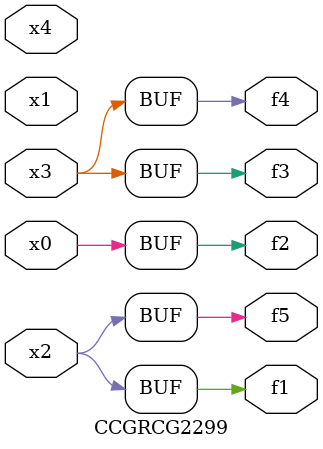
<source format=v>
module CCGRCG2299(
	input x0, x1, x2, x3, x4,
	output f1, f2, f3, f4, f5
);
	assign f1 = x2;
	assign f2 = x0;
	assign f3 = x3;
	assign f4 = x3;
	assign f5 = x2;
endmodule

</source>
